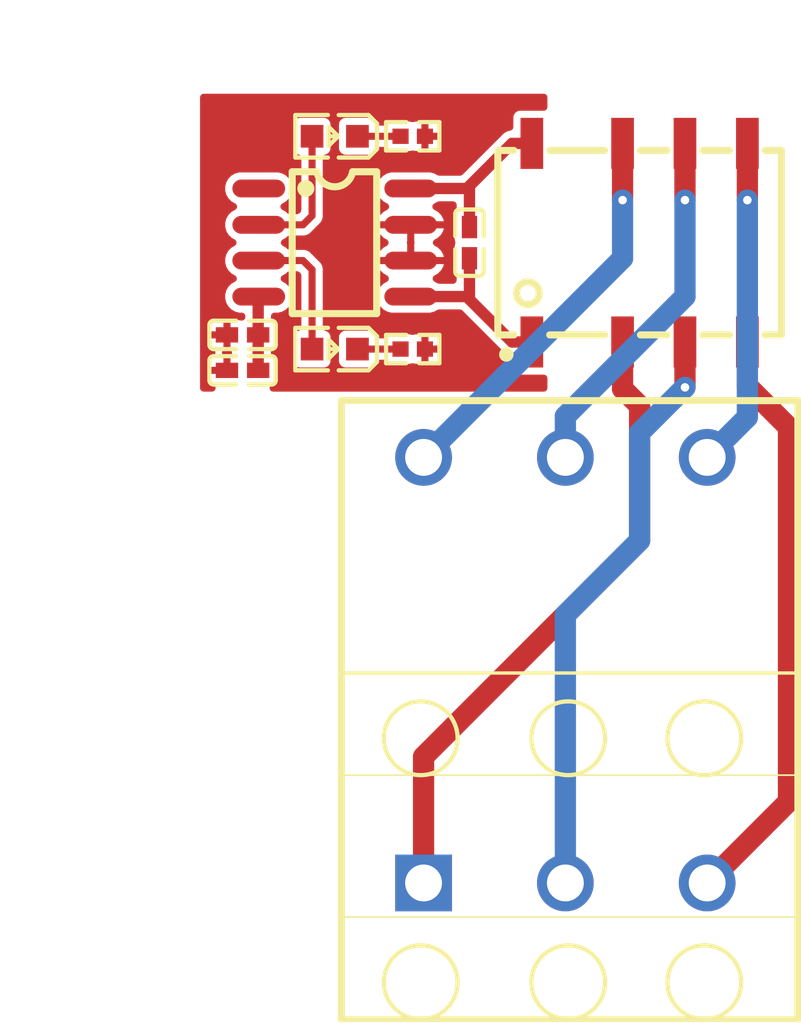
<source format=kicad_pcb>
(kicad_pcb (version 20241229) (generator "pcbnew") (generator_version "9.0")
  (layers (0 "F.Cu" signal) (2 "B.Cu" signal) (13 "F.Paste" user) (15 "B.Paste" user) (5 "F.SilkS" user "F.Silkscreen") (7 "B.SilkS" user "B.Silkscreen") (1 "F.Mask" user) (3 "B.Mask" user) (25 "Edge.Cuts" user))
  (net 0 "")
  (net 1 "gnd")
  (net 2 "relay.led_indicator_a.led-cathode")
  (net 3 "line-1")
  (net 4 "relay.led_indicator_b.led-cathode")
  (net 5 "hv-1")
  (net 6 "line")
  (net 7 "net")
  (net 8 "hv")
  (net 9 "gnd-1")
  (net 10 "PA2")
  (net 11 "PB2")
  (net 12 "PA1")
  (net 13 "PB3")
  (net 14 "PA3")
  (net 15 "PB1")
  (footprint "atopile:LED0603-RD-c81ffb" (layer "F.Cu") (at -8.25 -20.25 180)
    (property "Reference" "D1" (hide yes))
    (property "Value" "")
    (fp_line (start 1.39 -0.75) (end 1.39 0.73) (stroke (width 0.15)) (layer "F.SilkS"))
    (fp_line (start 0.24 0.75) (end 1.39 0.75) (stroke (width 0.15)) (layer "F.SilkS"))
    (fp_line (start 0.24 -0.75) (end 1.39 -0.75) (stroke (width 0.15)) (layer "F.SilkS"))
    (fp_line (start 0.22 0.33) (end 0.21 0.33) (stroke (width 0.15)) (layer "F.SilkS"))
    (fp_line (start 0.22 0) (end -0.12 0) (stroke (width 0.15)) (layer "F.SilkS"))
    (fp_line (start 0.22 -0.34) (end -0.12 0) (stroke (width 0.15)) (layer "F.SilkS"))
    (fp_line (start 0.22 -0.35) (end 0.22 0.33) (stroke (width 0.15)) (layer "F.SilkS"))
    (fp_line (start 0.22 -0.35) (end 0.22 -0.34) (stroke (width 0.15)) (layer "F.SilkS"))
    (fp_line (start 0.21 0.33) (end -0.12 0) (stroke (width 0.15)) (layer "F.SilkS"))
    (fp_line (start -0.14 0.75) (end -1.19 0.75) (stroke (width 0.15)) (layer "F.SilkS"))
    (fp_line (start -0.14 -0.75) (end -1.19 -0.75) (stroke (width 0.15)) (layer "F.SilkS"))
    (fp_line (start -1.49 0.45) (end -1.19 0.75) (stroke (width 0.15)) (layer "F.SilkS"))
    (fp_line (start -1.49 0.35) (end -1.49 0.45) (stroke (width 0.15)) (layer "F.SilkS"))
    (fp_line (start -1.49 -0.35) (end -1.49 0.35) (stroke (width 0.15)) (layer "F.SilkS"))
    (fp_line (start -1.49 -0.35) (end -1.49 -0.45) (stroke (width 0.15)) (layer "F.SilkS"))
    (fp_line (start -1.49 -0.45) (end -1.19 -0.75) (stroke (width 0.15)) (layer "F.SilkS"))
    (pad "1" smd rect (at -0.8 0 270) (size 0.8 0.8) (layers "F.Cu" "F.Mask" "F.Paste") (net 2 "relay.led_indicator_a.led-cathode"))
    (pad "2" smd rect (at 0.8 0 270) (size 0.8 0.8) (layers "F.Cu" "F.Mask" "F.Paste") (net 6 "line"))
  )
  (footprint "atopile:R0402-56259e" (layer "F.Cu") (at -5.5 -20.25)
    (property "Reference" "R1" (hide yes))
    (property "Value" "100kΩ ±1% 62.5mW")
    (fp_line (start -0.94 -0.5) (end -0.23 -0.5) (stroke (width 0.15)) (layer "F.SilkS"))
    (fp_line (start -0.94 0.5) (end -0.94 -0.5) (stroke (width 0.15)) (layer "F.SilkS"))
    (fp_line (start -0.23 0.5) (end -0.94 0.5) (stroke (width 0.15)) (layer "F.SilkS"))
    (fp_line (start 0.23 0.5) (end 0.94 0.5) (stroke (width 0.15)) (layer "F.SilkS"))
    (fp_line (start 0.94 -0.5) (end 0.23 -0.5) (stroke (width 0.15)) (layer "F.SilkS"))
    (fp_line (start 0.94 0.5) (end 0.94 -0.5) (stroke (width 0.15)) (layer "F.SilkS"))
    (pad "1" smd rect (at -0.43 0) (size 0.57 0.54) (layers "F.Cu" "F.Mask" "F.Paste") (net 2 "relay.led_indicator_a.led-cathode"))
    (pad "2" smd rect (at 0.43 0) (size 0.57 0.54) (layers "F.Cu" "F.Mask" "F.Paste") (net 9 "gnd-1"))
  )
  (footprint "atopile:CONN-TH_KF250T-5.0-2X3P-058638" (layer "F.Cu") (at -0.1175 -1.4325)
    (property "Reference" "X1" (hide yes))
    (property "Value" "")
    (fp_line (start -7.9 12.3) (end -7.9 -9.5) (stroke (width 0.25)) (layer "F.SilkS"))
    (fp_line (start 8.2 -9.5) (end -7.9 -9.5) (stroke (width 0.25)) (layer "F.SilkS"))
    (fp_line (start 8.2 0.1) (end -7.9 0.1) (stroke (width 0.12)) (layer "F.SilkS"))
    (fp_line (start 8.2 3.7) (end -7.9 3.7) (stroke (width 0.06)) (layer "F.SilkS"))
    (fp_line (start 8.2 8.7) (end -7.9 8.7) (stroke (width 0.06)) (layer "F.SilkS"))
    (fp_line (start 8.2 12.3) (end -7.9 12.3) (stroke (width 0.2)) (layer "F.SilkS"))
    (fp_line (start 8.2 12.3) (end 8.2 -9.5) (stroke (width 0.25)) (layer "F.SilkS"))
    (fp_circle (center -5.1 2.4) (end -3.8 2.4) (stroke (width 0.15)) (fill no) (layer "F.SilkS"))
    (fp_circle (center -5.1 11) (end -3.8 11) (stroke (width 0.15)) (fill no) (layer "F.SilkS"))
    (fp_circle (center 0.1 2.4) (end 1.4 2.4) (stroke (width 0.15)) (fill no) (layer "F.SilkS"))
    (fp_circle (center 0.1 11) (end 1.4 11) (stroke (width 0.15)) (fill no) (layer "F.SilkS"))
    (fp_circle (center 4.9 2.4) (end 6.2 2.4) (stroke (width 0.15)) (fill no) (layer "F.SilkS"))
    (fp_circle (center 4.9 11) (end 6.2 11) (stroke (width 0.15)) (fill no) (layer "F.SilkS"))
    (pad "1" thru_hole rect (at -5 7.5 180) (size 2 2) (drill 1.300023) (layers "*.Cu" "*.Mask") (net 12 "PA1"))
    (pad "2" thru_hole circle (at -5 -7.5 180) (size 2 2) (drill 1.300023) (layers "*.Cu" "*.Mask") (net 15 "PB1"))
    (pad "3" thru_hole circle (at 0 7.5 180) (size 2 2) (drill 1.300023) (layers "*.Cu" "*.Mask") (net 10 "PA2"))
    (pad "4" thru_hole circle (at 0 -7.5 180) (size 2 2) (drill 1.300023) (layers "*.Cu" "*.Mask") (net 11 "PB2"))
    (pad "5" thru_hole circle (at 5 7.5 180) (size 2 2) (drill 1.300023) (layers "*.Cu" "*.Mask") (net 14 "PA3"))
    (pad "6" thru_hole circle (at 5 -7.5 180) (size 2 2) (drill 1.300023) (layers "*.Cu" "*.Mask") (net 13 "PB3"))
  )
  (footprint "atopile:C0402-b3ef17" (layer "F.Cu") (at -11.5 -13.25 180)
    (property "Reference" "C1" (hide yes))
    (property "Value" "100nF ±10% 16V X7R")
    (fp_line (start 1.17 0.35) (end 1.17 -0.35) (stroke (width 0.15)) (layer "F.SilkS"))
    (fp_line (start 1.02 -0.5) (end 0.23 -0.5) (stroke (width 0.15)) (layer "F.SilkS"))
    (fp_line (start 0.23 0.5) (end 1.02 0.5) (stroke (width 0.15)) (layer "F.SilkS"))
    (fp_line (start -0.23 0.5) (end -1.02 0.5) (stroke (width 0.15)) (layer "F.SilkS"))
    (fp_line (start -1.02 -0.5) (end -0.23 -0.5) (stroke (width 0.15)) (layer "F.SilkS"))
    (fp_line (start -1.17 0.35) (end -1.17 -0.35) (stroke (width 0.15)) (layer "F.SilkS"))
    (fp_arc (start 1.17 0.35) (mid 1.126066 0.456066) (end 1.02 0.5) (stroke (width 0.15)) (layer "F.SilkS"))
    (fp_arc (start 1.02 -0.5) (mid 1.126066 -0.456066) (end 1.17 -0.35) (stroke (width 0.15)) (layer "F.SilkS"))
    (fp_arc (start -1.02 0.5) (mid -1.126066 0.456066) (end -1.17 0.35) (stroke (width 0.15)) (layer "F.SilkS"))
    (fp_arc (start -1.17 -0.35) (mid -1.126066 -0.456066) (end -1.02 -0.5) (stroke (width 0.15)) (layer "F.SilkS"))
    (pad "1" smd rect (at -0.55 0 180) (size 0.79 0.54) (layers "F.Cu" "F.Mask" "F.Paste") (net 5 "hv-1"))
    (pad "2" smd rect (at 0.55 0 180) (size 0.79 0.54) (layers "F.Cu" "F.Mask" "F.Paste") (net 9 "gnd-1"))
  )
  (footprint "atopile:SOP-8_L4.9-W3.9-P1.27-LS6.0-BL-0d1ac6" (layer "F.Cu") (at -8.25 -16.5 -90)
    (property "Reference" "U1" (hide yes))
    (property "Value" "")
    (fp_line (start -2.5 1.5) (end 2.5 1.5) (stroke (width 0.25)) (layer "F.SilkS"))
    (fp_line (start 2.5 1.5) (end 2.5 -1.48) (stroke (width 0.25)) (layer "F.SilkS"))
    (fp_line (start -2.5 0.63) (end -2.5 1.5) (stroke (width 0.25)) (layer "F.SilkS"))
    (fp_line (start -2.5 -0.63) (end -2.5 -1.48) (stroke (width 0.25)) (layer "F.SilkS"))
    (fp_line (start -2.5 -1.48) (end 2.5 -1.48) (stroke (width 0.25)) (layer "F.SilkS"))
    (fp_arc (start -2.5 -0.63) (mid -1.970474 -0.002632) (end -2.494818 0.629073) (stroke (width 0.25)) (layer "F.SilkS"))
    (fp_circle (center -1.91 1.02) (end -1.76 1.02) (stroke (width 0.3)) (fill no) (layer "F.SilkS"))
    (pad "1" smd oval (at -1.91 2.68 270) (size 0.63 1.86) (layers "F.Cu" "F.Mask" "F.Paste") (net 7 "net"))
    (pad "2" smd oval (at -0.63 2.68 270) (size 0.63 1.86) (layers "F.Cu" "F.Mask" "F.Paste") (net 6 "line"))
    (pad "3" smd oval (at 0.63 2.68 270) (size 0.63 1.86) (layers "F.Cu" "F.Mask" "F.Paste") (net 3 "line-1"))
    (pad "4" smd oval (at 1.9 2.68 270) (size 0.63 1.86) (layers "F.Cu" "F.Mask" "F.Paste") (net 5 "hv-1"))
    (pad "5" smd oval (at 1.9 -2.68 270) (size 0.63 1.86) (layers "F.Cu" "F.Mask" "F.Paste") (net 1 "gnd"))
    (pad "6" smd oval (at 0.63 -2.68 270) (size 0.63 1.86) (layers "F.Cu" "F.Mask" "F.Paste") (net 9 "gnd-1"))
    (pad "7" smd oval (at -0.63 -2.68 270) (size 0.63 1.86) (layers "F.Cu" "F.Mask" "F.Paste") (net 9 "gnd-1"))
    (pad "8" smd oval (at -1.91 -2.68 270) (size 0.63 1.86) (layers "F.Cu" "F.Mask" "F.Paste") (net 8 "hv"))
  )
  (footprint "atopile:RELAY-SMD_G6KU-2F-Y-bd7654" (layer "F.Cu") (at 2.5 -16.5)
    (property "Reference" "RELAY1" (hide yes))
    (property "Value" "")
    (fp_line (start -5 -3.25) (end -5 3.25) (stroke (width 0.25)) (layer "F.SilkS"))
    (fp_line (start -5 -3.25) (end -4.43 -3.25) (stroke (width 0.25)) (layer "F.SilkS"))
    (fp_line (start -5 3.25) (end -4.43 3.25) (stroke (width 0.25)) (layer "F.SilkS"))
    (fp_line (start -3.17 -3.25) (end -1.23 -3.25) (stroke (width 0.25)) (layer "F.SilkS"))
    (fp_line (start -3.17 3.25) (end -1.23 3.25) (stroke (width 0.25)) (layer "F.SilkS"))
    (fp_line (start 0.03 -3.25) (end 0.97 -3.25) (stroke (width 0.25)) (layer "F.SilkS"))
    (fp_line (start 0.03 3.25) (end 0.97 3.25) (stroke (width 0.25)) (layer "F.SilkS"))
    (fp_line (start 2.23 -3.25) (end 3.17 -3.25) (stroke (width 0.25)) (layer "F.SilkS"))
    (fp_line (start 2.23 3.25) (end 3.17 3.25) (stroke (width 0.25)) (layer "F.SilkS"))
    (fp_line (start 4.43 -3.25) (end 5 -3.25) (stroke (width 0.25)) (layer "F.SilkS"))
    (fp_line (start 4.43 3.25) (end 5 3.25) (stroke (width 0.25)) (layer "F.SilkS"))
    (fp_line (start 5 -3.25) (end 5 3.25) (stroke (width 0.25)) (layer "F.SilkS"))
    (fp_circle (center -4.7 3.94) (end -4.57 3.94) (stroke (width 0.25)) (fill no) (layer "F.SilkS"))
    (fp_circle (center -3.94 1.78) (end -3.54 1.78) (stroke (width 0.25)) (fill no) (layer "F.SilkS"))
    (pad "1" smd rect (at -3.8 3.5) (size 0.8 1.8) (layers "F.Cu" "F.Mask" "F.Paste") (net 1 "gnd"))
    (pad "2" smd rect (at -0.6 3.5) (size 0.8 1.8) (layers "F.Cu" "F.Mask" "F.Paste") (net 12 "PA1"))
    (pad "3" smd rect (at 1.6 3.5) (size 0.8 1.8) (layers "F.Cu" "F.Mask" "F.Paste") (net 10 "PA2"))
    (pad "4" smd rect (at 3.8 3.5) (size 0.8 1.8) (layers "F.Cu" "F.Mask" "F.Paste") (net 14 "PA3"))
    (pad "5" smd rect (at 3.8 -3.5) (size 0.8 1.8) (layers "F.Cu" "F.Mask" "F.Paste") (net 13 "PB3"))
    (pad "6" smd rect (at 1.6 -3.5) (size 0.8 1.8) (layers "F.Cu" "F.Mask" "F.Paste") (net 11 "PB2"))
    (pad "7" smd rect (at -0.6 -3.5) (size 0.8 1.8) (layers "F.Cu" "F.Mask" "F.Paste") (net 15 "PB1"))
    (pad "8" smd rect (at -3.8 -3.5) (size 0.8 1.8) (layers "F.Cu" "F.Mask" "F.Paste") (net 8 "hv"))
  )
  (footprint "atopile:LED0603-RD-c81ffb" (layer "F.Cu") (at -8.25 -12.75 180)
    (property "Reference" "D2" (hide yes))
    (property "Value" "")
    (fp_line (start 1.39 -0.75) (end 1.39 0.73) (stroke (width 0.15)) (layer "F.SilkS"))
    (fp_line (start 0.24 0.75) (end 1.39 0.75) (stroke (width 0.15)) (layer "F.SilkS"))
    (fp_line (start 0.24 -0.75) (end 1.39 -0.75) (stroke (width 0.15)) (layer "F.SilkS"))
    (fp_line (start 0.22 0.33) (end 0.21 0.33) (stroke (width 0.15)) (layer "F.SilkS"))
    (fp_line (start 0.22 0) (end -0.12 0) (stroke (width 0.15)) (layer "F.SilkS"))
    (fp_line (start 0.22 -0.34) (end -0.12 0) (stroke (width 0.15)) (layer "F.SilkS"))
    (fp_line (start 0.22 -0.35) (end 0.22 0.33) (stroke (width 0.15)) (layer "F.SilkS"))
    (fp_line (start 0.22 -0.35) (end 0.22 -0.34) (stroke (width 0.15)) (layer "F.SilkS"))
    (fp_line (start 0.21 0.33) (end -0.12 0) (stroke (width 0.15)) (layer "F.SilkS"))
    (fp_line (start -0.14 0.75) (end -1.19 0.75) (stroke (width 0.15)) (layer "F.SilkS"))
    (fp_line (start -0.14 -0.75) (end -1.19 -0.75) (stroke (width 0.15)) (layer "F.SilkS"))
    (fp_line (start -1.49 0.45) (end -1.19 0.75) (stroke (width 0.15)) (layer "F.SilkS"))
    (fp_line (start -1.49 0.35) (end -1.49 0.45) (stroke (width 0.15)) (layer "F.SilkS"))
    (fp_line (start -1.49 -0.35) (end -1.49 0.35) (stroke (width 0.15)) (layer "F.SilkS"))
    (fp_line (start -1.49 -0.35) (end -1.49 -0.45) (stroke (width 0.15)) (layer "F.SilkS"))
    (fp_line (start -1.49 -0.45) (end -1.19 -0.75) (stroke (width 0.15)) (layer "F.SilkS"))
    (pad "1" smd rect (at -0.8 0 270) (size 0.8 0.8) (layers "F.Cu" "F.Mask" "F.Paste") (net 4 "relay.led_indicator_b.led-cathode"))
    (pad "2" smd rect (at 0.8 0 270) (size 0.8 0.8) (layers "F.Cu" "F.Mask" "F.Paste") (net 3 "line-1"))
  )
  (footprint "atopile:R0402-56259e" (layer "F.Cu") (at -5.5 -12.75)
    (property "Reference" "R2" (hide yes))
    (property "Value" "100kΩ ±1% 62.5mW")
    (fp_line (start -0.94 -0.5) (end -0.23 -0.5) (stroke (width 0.15)) (layer "F.SilkS"))
    (fp_line (start -0.94 0.5) (end -0.94 -0.5) (stroke (width 0.15)) (layer "F.SilkS"))
    (fp_line (start -0.23 0.5) (end -0.94 0.5) (stroke (width 0.15)) (layer "F.SilkS"))
    (fp_line (start 0.23 0.5) (end 0.94 0.5) (stroke (width 0.15)) (layer "F.SilkS"))
    (fp_line (start 0.94 -0.5) (end 0.23 -0.5) (stroke (width 0.15)) (layer "F.SilkS"))
    (fp_line (start 0.94 0.5) (end 0.94 -0.5) (stroke (width 0.15)) (layer "F.SilkS"))
    (pad "1" smd rect (at -0.43 0) (size 0.57 0.54) (layers "F.Cu" "F.Mask" "F.Paste") (net 4 "relay.led_indicator_b.led-cathode"))
    (pad "2" smd rect (at 0.43 0) (size 0.57 0.54) (layers "F.Cu" "F.Mask" "F.Paste") (net 9 "gnd-1"))
  )
  (footprint "atopile:C0402-b3ef17" (layer "F.Cu") (at -11.5 -12 180)
    (property "Reference" "C2" (hide yes))
    (property "Value" "100nF ±10% 16V X7R")
    (fp_line (start 1.17 0.35) (end 1.17 -0.35) (stroke (width 0.15)) (layer "F.SilkS"))
    (fp_line (start 1.02 -0.5) (end 0.23 -0.5) (stroke (width 0.15)) (layer "F.SilkS"))
    (fp_line (start 0.23 0.5) (end 1.02 0.5) (stroke (width 0.15)) (layer "F.SilkS"))
    (fp_line (start -0.23 0.5) (end -1.02 0.5) (stroke (width 0.15)) (layer "F.SilkS"))
    (fp_line (start -1.02 -0.5) (end -0.23 -0.5) (stroke (width 0.15)) (layer "F.SilkS"))
    (fp_line (start -1.17 0.35) (end -1.17 -0.35) (stroke (width 0.15)) (layer "F.SilkS"))
    (fp_arc (start 1.17 0.35) (mid 1.126066 0.456066) (end 1.02 0.5) (stroke (width 0.15)) (layer "F.SilkS"))
    (fp_arc (start 1.02 -0.5) (mid 1.126066 -0.456066) (end 1.17 -0.35) (stroke (width 0.15)) (layer "F.SilkS"))
    (fp_arc (start -1.02 0.5) (mid -1.126066 0.456066) (end -1.17 0.35) (stroke (width 0.15)) (layer "F.SilkS"))
    (fp_arc (start -1.17 -0.35) (mid -1.126066 -0.456066) (end -1.02 -0.5) (stroke (width 0.15)) (layer "F.SilkS"))
    (pad "1" smd rect (at -0.55 0 180) (size 0.79 0.54) (layers "F.Cu" "F.Mask" "F.Paste") (net 5 "hv-1"))
    (pad "2" smd rect (at 0.55 0 180) (size 0.79 0.54) (layers "F.Cu" "F.Mask" "F.Paste") (net 9 "gnd-1"))
  )
  (footprint "atopile:C0402-b3ef17" (layer "F.Cu") (at -3.5 -16.5 -90)
    (property "Reference" "C3" (hide yes))
    (property "Value" "100nF ±10% 16V X7R")
    (fp_line (start -0.23 0.5) (end -1.02 0.5) (stroke (width 0.15)) (layer "F.SilkS"))
    (fp_line (start 0.23 0.5) (end 1.02 0.5) (stroke (width 0.15)) (layer "F.SilkS"))
    (fp_line (start -1.17 0.35) (end -1.17 -0.35) (stroke (width 0.15)) (layer "F.SilkS"))
    (fp_line (start 1.17 0.35) (end 1.17 -0.35) (stroke (width 0.15)) (layer "F.SilkS"))
    (fp_line (start -1.02 -0.5) (end -0.23 -0.5) (stroke (width 0.15)) (layer "F.SilkS"))
    (fp_line (start 1.02 -0.5) (end 0.23 -0.5) (stroke (width 0.15)) (layer "F.SilkS"))
    (fp_arc (start -1.02 0.5) (mid -1.126066 0.456066) (end -1.17 0.35) (stroke (width 0.15)) (layer "F.SilkS"))
    (fp_arc (start 1.17 0.35) (mid 1.126066 0.456066) (end 1.02 0.5) (stroke (width 0.15)) (layer "F.SilkS"))
    (fp_arc (start -1.17 -0.35) (mid -1.126066 -0.456066) (end -1.02 -0.5) (stroke (width 0.15)) (layer "F.SilkS"))
    (fp_arc (start 1.02 -0.5) (mid 1.126066 -0.456066) (end 1.17 -0.35) (stroke (width 0.15)) (layer "F.SilkS"))
    (pad "1" smd rect (at -0.55 0 270) (size 0.79 0.54) (layers "F.Cu" "F.Mask" "F.Paste") (net 8 "hv"))
    (pad "2" smd rect (at 0.55 0 270) (size 0.79 0.54) (layers "F.Cu" "F.Mask" "F.Paste") (net 1 "gnd"))
  )
  (segment (start -2 -13) (end -3.5 -14.5) (width 0.4) (layer "F.Cu") (net 1))
  (segment (start -1.3 -13) (end -2 -13) (width 0.4) (layer "F.Cu") (net 1))
  (segment (start -3.5 -14.5) (end -3.5 -14.6) (width 0.4) (layer "F.Cu") (net 1))
  (segment (start -5.57 -14.6) (end -3.5 -14.6) (width 0.4) (layer "F.Cu") (net 1))
  (segment (start -3.5 -15.95) (end -3.5 -14.6) (width 0.4) (layer "F.Cu") (net 1))
  (segment (start -7.45 -20.25) (end -5.93 -20.25) (width 0.25) (layer "F.Cu") (net 2))
  (segment (start -9.05 -12.75) (end -9.05 -15.55) (width 0.25) (layer "F.Cu") (net 3))
  (segment (start -9.37 -15.87) (end -10.93 -15.87) (width 0.25) (layer "F.Cu") (net 3))
  (segment (start -9.05 -15.55) (end -9.37 -15.87) (width 0.25) (layer "F.Cu") (net 3))
  (segment (start -7.45 -12.75) (end -5.93 -12.75) (width 0.25) (layer "F.Cu") (net 4))
  (segment (start -10.95 -12) (end -10.95 -13.25) (width 0.4) (layer "F.Cu") (net 5))
  (segment (start -10.95 -13.25) (end -10.95 -14.58) (width 0.4) (layer "F.Cu") (net 5))
  (segment (start -10.95 -14.58) (end -10.93 -14.6) (width 0.4) (layer "F.Cu") (net 5))
  (segment (start -9.05 -20.25) (end -9.05 -17.45) (width 0.25) (layer "F.Cu") (net 6))
  (segment (start -9.37 -17.13) (end -10.93 -17.13) (width 0.25) (layer "F.Cu") (net 6))
  (segment (start -9.05 -17.45) (end -9.37 -17.13) (width 0.25) (layer "F.Cu") (net 6))
  (segment (start -1.3 -20) (end -2 -20) (width 0.4) (layer "F.Cu") (net 8))
  (segment (start -2 -20) (end -3.5 -18.5) (width 0.4) (layer "F.Cu") (net 8))
  (segment (start -3.5 -17.05) (end -3.5 -18.41) (width 0.4) (layer "F.Cu") (net 8))
  (segment (start -3.5 -18.5) (end -3.5 -18.41) (width 0.4) (layer "F.Cu") (net 8))
  (segment (start -5.57 -18.41) (end -3.5 -18.41) (width 0.4) (layer "F.Cu") (net 8))
  (segment (start 4.1 -13) (end 4.1 -11.4) (width 0.75) (layer "F.Cu") (net 10))
  (via (at 4.1 -11.4) (size 0.5) (drill 0.3) (layers "F.Cu" "B.Cu") (net 10))
  (segment (start 2.5 -6) (end 2.5 -9.8) (width 0.75) (layer "B.Cu") (net 10))
  (segment (start -0.1175 6.0675) (end -0.1175 -3.3825) (width 0.75) (layer "B.Cu") (net 10))
  (segment (start -0.1175 -3.3825) (end 2.5 -6) (width 0.75) (layer "B.Cu") (net 10))
  (segment (start 2.5 -9.8) (end 4.1 -11.4) (width 0.75) (layer "B.Cu") (net 10))
  (segment (start 4.1 -18) (end 4.1 -20) (width 0.75) (layer "F.Cu") (net 11))
  (via (at 4.1 -18) (size 0.5) (drill 0.3) (layers "F.Cu" "B.Cu") (net 11))
  (segment (start 4.1 -14.6) (end 4.1 -18) (width 0.75) (layer "B.Cu") (net 11))
  (segment (start -0.1175 -10.3825) (end 4.1 -14.6) (width 0.75) (layer "B.Cu") (net 11))
  (segment (start -0.1175 -8.9325) (end -0.1175 -10.3825) (width 0.75) (layer "B.Cu") (net 11))
  (segment (start -5.1175 1.6175) (end -5.1175 6.0675) (width 0.75) (layer "F.Cu") (net 12))
  (segment (start 2.5 -10.75) (end 2.5 -6) (width 0.75) (layer "F.Cu") (net 12))
  (segment (start 2.5 -6) (end -5.1175 1.6175) (width 0.75) (layer "F.Cu") (net 12))
  (segment (start 1.9 -11.35) (end 2.5 -10.75) (width 0.75) (layer "F.Cu") (net 12))
  (segment (start 1.9 -13) (end 1.9 -11.35) (width 0.75) (layer "F.Cu") (net 12))
  (segment (start 6.3 -18) (end 6.3 -20) (width 0.75) (layer "F.Cu") (net 13))
  (via (at 6.3 -18) (size 0.5) (drill 0.3) (layers "F.Cu" "B.Cu") (net 13))
  (segment (start 6.3 -10.35) (end 6.3 -18) (width 0.75) (layer "B.Cu") (net 13))
  (segment (start 4.8825 -8.9325) (end 6.3 -10.35) (width 0.75) (layer "B.Cu") (net 13))
  (segment (start 7.75 3.2) (end 7.75 -10) (width 0.75) (layer "F.Cu") (net 14))
  (segment (start 4.8825 6.0675) (end 7.75 3.2) (width 0.75) (layer "F.Cu") (net 14))
  (segment (start 6.3 -11.45) (end 6.3 -13) (width 0.75) (layer "F.Cu") (net 14))
  (segment (start 7.75 -10) (end 6.3 -11.45) (width 0.75) (layer "F.Cu") (net 14))
  (segment (start 1.9 -18) (end 1.9 -20) (width 0.75) (layer "F.Cu") (net 15))
  (via (at 1.9 -18) (size 0.5) (drill 0.3) (layers "F.Cu" "B.Cu") (net 15))
  (segment (start -5.1175 -8.9325) (end 1.9 -15.95) (width 0.75) (layer "B.Cu") (net 15))
  (segment (start 1.9 -15.95) (end 1.9 -18) (width 0.75) (layer "B.Cu") (net 15))
  (zone (net 9) (net_name "gnd-1") (layer "F.Cu") (connect_pads (clearance 0.25)) (min_thickness 0.25) (fill yes (thermal_gap 0.25) (thermal_bridge_width 0.25))
    (polygon (pts (xy -13 -11.25) (xy -0.75 -11.25) (xy -0.75 -21.75) (xy -13 -21.75)))
  )
)
</source>
